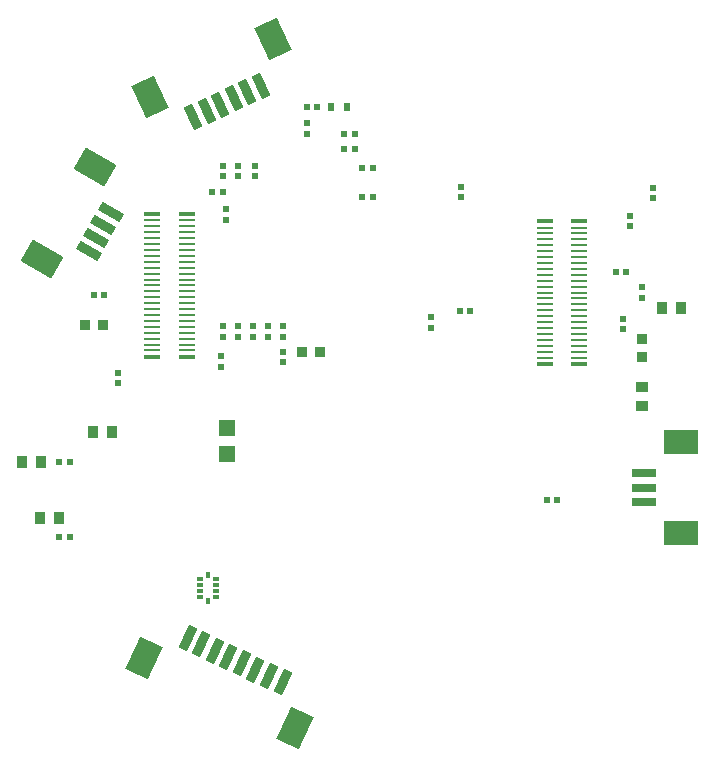
<source format=gbp>
%FSLAX44Y44*%
%MOMM*%
G71*
G01*
G75*
G04 Layer_Color=128*
%ADD10C,0.6000*%
%ADD11C,0.8000*%
%ADD12C,0.2540*%
%ADD13R,0.5000X0.6000*%
%ADD14R,0.6000X0.5000*%
%ADD15R,1.0160X0.8890*%
%ADD16R,0.8890X1.0160*%
%ADD17R,1.3970X1.3970*%
G04:AMPARAMS|DCode=18|XSize=0.32mm|YSize=1.7mm|CornerRadius=0.08mm|HoleSize=0mm|Usage=FLASHONLY|Rotation=0.000|XOffset=0mm|YOffset=0mm|HoleType=Round|Shape=RoundedRectangle|*
%AMROUNDEDRECTD18*
21,1,0.3200,1.5400,0,0,0.0*
21,1,0.1600,1.7000,0,0,0.0*
1,1,0.1600,0.0800,-0.7700*
1,1,0.1600,-0.0800,-0.7700*
1,1,0.1600,-0.0800,0.7700*
1,1,0.1600,0.0800,0.7700*
%
%ADD18ROUNDEDRECTD18*%
%ADD19R,0.5000X1.7000*%
%ADD20R,2.1000X0.8000*%
%ADD21R,3.0000X2.1000*%
%ADD22R,1.6000X1.0000*%
%ADD23R,3.2800X2.4000*%
%ADD24O,0.3500X2.0000*%
%ADD25R,1.5200X0.7600*%
%ADD26R,0.8000X2.1000*%
%ADD27R,2.1000X3.0000*%
%ADD28R,2.0320X0.6096*%
%ADD29O,2.0320X0.6096*%
G04:AMPARAMS|DCode=30|XSize=2mm|YSize=2mm|CornerRadius=0mm|HoleSize=0mm|Usage=FLASHONLY|Rotation=0.000|XOffset=0mm|YOffset=0mm|HoleType=Round|Shape=RoundedRectangle|*
%AMROUNDEDRECTD30*
21,1,2.0000,2.0000,0,0,0.0*
21,1,2.0000,2.0000,0,0,0.0*
1,1,0.0000,1.0000,-1.0000*
1,1,0.0000,-1.0000,-1.0000*
1,1,0.0000,-1.0000,1.0000*
1,1,0.0000,1.0000,1.0000*
%
%ADD30ROUNDEDRECTD30*%
%ADD31R,1.8000X1.2000*%
%ADD32R,1.0668X0.8128*%
%ADD33R,0.4000X1.7000*%
G04:AMPARAMS|DCode=34|XSize=0.4mm|YSize=1.7mm|CornerRadius=0.1mm|HoleSize=0mm|Usage=FLASHONLY|Rotation=0.000|XOffset=0mm|YOffset=0mm|HoleType=Round|Shape=RoundedRectangle|*
%AMROUNDEDRECTD34*
21,1,0.4000,1.5000,0,0,0.0*
21,1,0.2000,1.7000,0,0,0.0*
1,1,0.2000,0.1000,-0.7500*
1,1,0.2000,-0.1000,-0.7500*
1,1,0.2000,-0.1000,0.7500*
1,1,0.2000,0.1000,0.7500*
%
%ADD34ROUNDEDRECTD34*%
%ADD35R,0.8128X1.0668*%
%ADD36R,1.3970X1.3970*%
%ADD37R,1.6000X1.2000*%
%ADD38R,1.2954X1.6002*%
%ADD39R,1.6002X1.2954*%
%ADD40R,0.8128X0.8128*%
%ADD41R,6.3000X2.1500*%
%ADD42C,1.0000*%
%ADD43C,0.4000*%
%ADD44C,0.3000*%
%ADD45C,0.5000*%
%ADD46C,5.0000*%
G04:AMPARAMS|DCode=47|XSize=4mm|YSize=4mm|CornerRadius=2mm|HoleSize=0mm|Usage=FLASHONLY|Rotation=0.000|XOffset=0mm|YOffset=0mm|HoleType=Round|Shape=RoundedRectangle|*
%AMROUNDEDRECTD47*
21,1,4.0000,0.0000,0,0,0.0*
21,1,0.0000,4.0000,0,0,0.0*
1,1,4.0000,0.0000,0.0000*
1,1,4.0000,0.0000,0.0000*
1,1,4.0000,0.0000,0.0000*
1,1,4.0000,0.0000,0.0000*
%
%ADD47ROUNDEDRECTD47*%
%ADD48C,1.0000*%
%ADD49C,0.5000*%
%ADD50R,0.3050X0.6000*%
%ADD51R,0.5500X0.3050*%
%ADD52R,0.5500X0.3048*%
G04:AMPARAMS|DCode=53|XSize=3mm|YSize=2.1mm|CornerRadius=0mm|HoleSize=0mm|Usage=FLASHONLY|Rotation=330.000|XOffset=0mm|YOffset=0mm|HoleType=Round|Shape=Rectangle|*
%AMROTATEDRECTD53*
4,1,4,-1.8240,-0.1593,-0.7740,1.6593,1.8240,0.1593,0.7740,-1.6593,-1.8240,-0.1593,0.0*
%
%ADD53ROTATEDRECTD53*%

G04:AMPARAMS|DCode=54|XSize=2.1mm|YSize=0.8mm|CornerRadius=0mm|HoleSize=0mm|Usage=FLASHONLY|Rotation=330.000|XOffset=0mm|YOffset=0mm|HoleType=Round|Shape=Rectangle|*
%AMROTATEDRECTD54*
4,1,4,-1.1093,0.1786,-0.7093,0.8714,1.1093,-0.1786,0.7093,-0.8714,-1.1093,0.1786,0.0*
%
%ADD54ROTATEDRECTD54*%

G04:AMPARAMS|DCode=55|XSize=2.1mm|YSize=0.8mm|CornerRadius=0mm|HoleSize=0mm|Usage=FLASHONLY|Rotation=65.000|XOffset=0mm|YOffset=0mm|HoleType=Round|Shape=Rectangle|*
%AMROTATEDRECTD55*
4,1,4,-0.0812,-1.1207,-0.8063,-0.7826,0.0812,1.1207,0.8063,0.7826,-0.0812,-1.1207,0.0*
%
%ADD55ROTATEDRECTD55*%

G04:AMPARAMS|DCode=56|XSize=3mm|YSize=2.1mm|CornerRadius=0mm|HoleSize=0mm|Usage=FLASHONLY|Rotation=65.000|XOffset=0mm|YOffset=0mm|HoleType=Round|Shape=Rectangle|*
%AMROTATEDRECTD56*
4,1,4,0.3177,-1.8032,-1.5856,-0.9157,-0.3177,1.8032,1.5856,0.9157,0.3177,-1.8032,0.0*
%
%ADD56ROTATEDRECTD56*%

%ADD57R,1.3500X0.3000*%
%ADD58R,1.3500X0.2500*%
%ADD59R,0.6000X0.7000*%
G04:AMPARAMS|DCode=60|XSize=2.1mm|YSize=0.8mm|CornerRadius=0mm|HoleSize=0mm|Usage=FLASHONLY|Rotation=295.000|XOffset=0mm|YOffset=0mm|HoleType=Round|Shape=Rectangle|*
%AMROTATEDRECTD60*
4,1,4,-0.8063,0.7826,-0.0812,1.1207,0.8063,-0.7826,0.0812,-1.1207,-0.8063,0.7826,0.0*
%
%ADD60ROTATEDRECTD60*%

G04:AMPARAMS|DCode=61|XSize=3mm|YSize=2.1mm|CornerRadius=0mm|HoleSize=0mm|Usage=FLASHONLY|Rotation=295.000|XOffset=0mm|YOffset=0mm|HoleType=Round|Shape=Rectangle|*
%AMROTATEDRECTD61*
4,1,4,-1.5856,0.9157,0.3177,1.8032,1.5856,-0.9157,-0.3177,-1.8032,-1.5856,0.9157,0.0*
%
%ADD61ROTATEDRECTD61*%

%ADD62R,0.8128X0.8128*%
%ADD63C,0.1250*%
%ADD64C,0.1270*%
%ADD65C,0.1999*%
%ADD66C,0.1000*%
%ADD67C,0.1200*%
%ADD68C,0.1524*%
%ADD69C,0.2000*%
%ADD70C,0.2032*%
%ADD71R,0.7032X0.8032*%
%ADD72R,0.8032X0.7032*%
%ADD73R,1.2192X1.0922*%
%ADD74R,1.0922X1.2192*%
%ADD75R,1.6002X1.6002*%
G04:AMPARAMS|DCode=76|XSize=0.5232mm|YSize=1.9032mm|CornerRadius=0.1816mm|HoleSize=0mm|Usage=FLASHONLY|Rotation=0.000|XOffset=0mm|YOffset=0mm|HoleType=Round|Shape=RoundedRectangle|*
%AMROUNDEDRECTD76*
21,1,0.5232,1.5400,0,0,0.0*
21,1,0.1600,1.9032,0,0,0.0*
1,1,0.3632,0.0800,-0.7700*
1,1,0.3632,-0.0800,-0.7700*
1,1,0.3632,-0.0800,0.7700*
1,1,0.3632,0.0800,0.7700*
%
%ADD76ROUNDEDRECTD76*%
%ADD77R,0.7032X1.9032*%
%ADD78R,2.3032X1.0032*%
%ADD79R,3.2032X2.3032*%
%ADD80R,1.8032X1.2032*%
%ADD81R,3.4832X2.6032*%
%ADD82O,0.5532X2.2032*%
%ADD83R,1.7232X0.9632*%
%ADD84R,1.0032X2.3032*%
%ADD85R,2.3032X3.2032*%
%ADD86R,2.2352X0.8128*%
%ADD87O,2.2352X0.8128*%
G04:AMPARAMS|DCode=88|XSize=2.2032mm|YSize=2.2032mm|CornerRadius=0mm|HoleSize=0mm|Usage=FLASHONLY|Rotation=0.000|XOffset=0mm|YOffset=0mm|HoleType=Round|Shape=RoundedRectangle|*
%AMROUNDEDRECTD88*
21,1,2.2032,2.2032,0,0,0.0*
21,1,2.2032,2.2032,0,0,0.0*
1,1,0.0000,1.1016,-1.1016*
1,1,0.0000,-1.1016,-1.1016*
1,1,0.0000,-1.1016,1.1016*
1,1,0.0000,1.1016,1.1016*
%
%ADD88ROUNDEDRECTD88*%
%ADD89R,2.0032X1.4032*%
%ADD90R,1.2700X1.0160*%
%ADD91R,0.6032X1.9032*%
G04:AMPARAMS|DCode=92|XSize=0.6032mm|YSize=1.9032mm|CornerRadius=0.2016mm|HoleSize=0mm|Usage=FLASHONLY|Rotation=0.000|XOffset=0mm|YOffset=0mm|HoleType=Round|Shape=RoundedRectangle|*
%AMROUNDEDRECTD92*
21,1,0.6032,1.5000,0,0,0.0*
21,1,0.2000,1.9032,0,0,0.0*
1,1,0.4032,0.1000,-0.7500*
1,1,0.4032,-0.1000,-0.7500*
1,1,0.4032,-0.1000,0.7500*
1,1,0.4032,0.1000,0.7500*
%
%ADD92ROUNDEDRECTD92*%
%ADD93R,1.0160X1.2700*%
%ADD94R,1.6002X1.6002*%
%ADD95R,1.8032X1.4032*%
%ADD96R,1.4986X1.8034*%
%ADD97R,1.8034X1.4986*%
%ADD98R,1.0160X1.0160*%
%ADD99R,6.5032X2.3532*%
%ADD100C,5.2032*%
G04:AMPARAMS|DCode=101|XSize=4.2032mm|YSize=4.2032mm|CornerRadius=2.1016mm|HoleSize=0mm|Usage=FLASHONLY|Rotation=0.000|XOffset=0mm|YOffset=0mm|HoleType=Round|Shape=RoundedRectangle|*
%AMROUNDEDRECTD101*
21,1,4.2032,0.0000,0,0,0.0*
21,1,0.0000,4.2032,0,0,0.0*
1,1,4.2032,0.0000,0.0000*
1,1,4.2032,0.0000,0.0000*
1,1,4.2032,0.0000,0.0000*
1,1,4.2032,0.0000,0.0000*
%
%ADD101ROUNDEDRECTD101*%
%ADD102C,1.2032*%
%ADD103C,0.7032*%
%ADD104R,0.5082X0.8032*%
%ADD105R,0.7532X0.5082*%
%ADD106R,0.7532X0.5080*%
G04:AMPARAMS|DCode=107|XSize=3.2032mm|YSize=2.3032mm|CornerRadius=0mm|HoleSize=0mm|Usage=FLASHONLY|Rotation=330.000|XOffset=0mm|YOffset=0mm|HoleType=Round|Shape=Rectangle|*
%AMROTATEDRECTD107*
4,1,4,-1.9628,-0.1965,-0.8112,1.7981,1.9628,0.1965,0.8112,-1.7981,-1.9628,-0.1965,0.0*
%
%ADD107ROTATEDRECTD107*%

G04:AMPARAMS|DCode=108|XSize=2.3032mm|YSize=1.0032mm|CornerRadius=0mm|HoleSize=0mm|Usage=FLASHONLY|Rotation=330.000|XOffset=0mm|YOffset=0mm|HoleType=Round|Shape=Rectangle|*
%AMROTATEDRECTD108*
4,1,4,-1.2481,0.1414,-0.7465,1.0102,1.2481,-0.1414,0.7465,-1.0102,-1.2481,0.1414,0.0*
%
%ADD108ROTATEDRECTD108*%

G04:AMPARAMS|DCode=109|XSize=2.3032mm|YSize=1.0032mm|CornerRadius=0mm|HoleSize=0mm|Usage=FLASHONLY|Rotation=65.000|XOffset=0mm|YOffset=0mm|HoleType=Round|Shape=Rectangle|*
%AMROTATEDRECTD109*
4,1,4,-0.0321,-1.2557,-0.9413,-0.8317,0.0321,1.2557,0.9413,0.8317,-0.0321,-1.2557,0.0*
%
%ADD109ROTATEDRECTD109*%

G04:AMPARAMS|DCode=110|XSize=3.2032mm|YSize=2.3032mm|CornerRadius=0mm|HoleSize=0mm|Usage=FLASHONLY|Rotation=65.000|XOffset=0mm|YOffset=0mm|HoleType=Round|Shape=Rectangle|*
%AMROTATEDRECTD110*
4,1,4,0.3668,-1.9382,-1.7206,-0.9648,-0.3668,1.9382,1.7206,0.9648,0.3668,-1.9382,0.0*
%
%ADD110ROTATEDRECTD110*%

%ADD111R,1.5532X0.5032*%
%ADD112R,1.5532X0.4532*%
%ADD113R,0.8032X0.9032*%
G04:AMPARAMS|DCode=114|XSize=2.3032mm|YSize=1.0032mm|CornerRadius=0mm|HoleSize=0mm|Usage=FLASHONLY|Rotation=295.000|XOffset=0mm|YOffset=0mm|HoleType=Round|Shape=Rectangle|*
%AMROTATEDRECTD114*
4,1,4,-0.9413,0.8317,-0.0321,1.2557,0.9413,-0.8317,0.0321,-1.2557,-0.9413,0.8317,0.0*
%
%ADD114ROTATEDRECTD114*%

G04:AMPARAMS|DCode=115|XSize=3.2032mm|YSize=2.3032mm|CornerRadius=0mm|HoleSize=0mm|Usage=FLASHONLY|Rotation=295.000|XOffset=0mm|YOffset=0mm|HoleType=Round|Shape=Rectangle|*
%AMROTATEDRECTD115*
4,1,4,-1.7206,0.9648,0.3668,1.9382,1.7206,-0.9648,-0.3668,-1.9382,-1.7206,0.9648,0.0*
%
%ADD115ROTATEDRECTD115*%

%ADD116R,1.0160X1.0160*%
D13*
X-3230Y153701D02*
D03*
X5770D02*
D03*
X-18470Y194310D02*
D03*
X-9470D02*
D03*
X-259770Y-71190D02*
D03*
X-250770D02*
D03*
X-259770Y-134690D02*
D03*
X-250770D02*
D03*
X-50220Y229870D02*
D03*
X-41220D02*
D03*
X-121230Y157480D02*
D03*
X-130230D02*
D03*
X5770Y177800D02*
D03*
X-3230D02*
D03*
X-9470Y207010D02*
D03*
X-18470D02*
D03*
X220400Y90170D02*
D03*
X211400D02*
D03*
X79320Y57150D02*
D03*
X88320D02*
D03*
X-230560Y70676D02*
D03*
X-221560D02*
D03*
X152980Y-102870D02*
D03*
X161980D02*
D03*
D14*
X-122641Y18778D02*
D03*
Y9778D02*
D03*
X-209550Y-4500D02*
D03*
Y4500D02*
D03*
X54870Y51490D02*
D03*
Y42490D02*
D03*
X243430Y152290D02*
D03*
Y161290D02*
D03*
X-50187Y216146D02*
D03*
Y207146D02*
D03*
X-120650Y170760D02*
D03*
Y179760D02*
D03*
X-107950Y170760D02*
D03*
Y179760D02*
D03*
X80870Y161980D02*
D03*
Y152980D02*
D03*
X233680Y77000D02*
D03*
Y68000D02*
D03*
X217430Y41220D02*
D03*
Y50220D02*
D03*
X-118110Y133930D02*
D03*
Y142930D02*
D03*
X223930Y128640D02*
D03*
Y137640D02*
D03*
X-93980Y170760D02*
D03*
Y179760D02*
D03*
X-120650Y34870D02*
D03*
Y43870D02*
D03*
X-107950Y34870D02*
D03*
Y43870D02*
D03*
X-95250Y34870D02*
D03*
Y43870D02*
D03*
X-69850Y13280D02*
D03*
Y22280D02*
D03*
Y43870D02*
D03*
Y34870D02*
D03*
X-82550D02*
D03*
Y43870D02*
D03*
D15*
X233999Y-7239D02*
D03*
Y-23241D02*
D03*
D16*
X-215099Y-45974D02*
D03*
X-231101D02*
D03*
X-259969Y-118110D02*
D03*
X-275971D02*
D03*
X-274955Y-71368D02*
D03*
X-290957D02*
D03*
X251079Y59690D02*
D03*
X267081D02*
D03*
D20*
X235579Y-80210D02*
D03*
Y-92710D02*
D03*
Y-105210D02*
D03*
D21*
X266579Y-131410D02*
D03*
Y-54010D02*
D03*
D36*
X-117730Y-64135D02*
D03*
Y-42545D02*
D03*
D40*
X-53984Y22280D02*
D03*
X-38744D02*
D03*
X-222250Y45300D02*
D03*
X-237490D02*
D03*
D50*
X-134080Y-188689D02*
D03*
Y-166689D02*
D03*
D51*
X-140880Y-185189D02*
D03*
Y-170189D02*
D03*
X-127280D02*
D03*
Y-185189D02*
D03*
D52*
X-140880Y-180188D02*
D03*
Y-175190D02*
D03*
X-127280D02*
D03*
Y-180188D02*
D03*
D53*
X-274683Y100859D02*
D03*
X-229683Y178801D02*
D03*
D54*
X-215962Y140568D02*
D03*
X-222212Y129743D02*
D03*
X-228462Y118917D02*
D03*
X-234712Y108092D02*
D03*
D55*
X-127990Y-230674D02*
D03*
X-93641Y-246691D02*
D03*
X-105151Y-241324D02*
D03*
X-116480Y-236041D02*
D03*
X-82131Y-252058D02*
D03*
X-70620Y-257425D02*
D03*
X-139500Y-225306D02*
D03*
X-151010Y-219939D02*
D03*
D56*
X-60112Y-296530D02*
D03*
X-187720Y-237025D02*
D03*
D57*
X180750Y132750D02*
D03*
X151250D02*
D03*
X180750Y12250D02*
D03*
X151250D02*
D03*
X-151250Y138750D02*
D03*
X-180750D02*
D03*
X-151250Y18250D02*
D03*
X-180750D02*
D03*
D58*
X180750Y127500D02*
D03*
X151250D02*
D03*
X180750Y122500D02*
D03*
X151250D02*
D03*
X180750Y117500D02*
D03*
X151250D02*
D03*
X180750Y112500D02*
D03*
X151250D02*
D03*
X180750Y107500D02*
D03*
X151250D02*
D03*
X180750Y102500D02*
D03*
X151250D02*
D03*
X180750Y97500D02*
D03*
X151250D02*
D03*
X180750Y92500D02*
D03*
X151250D02*
D03*
X180750Y87500D02*
D03*
X151250D02*
D03*
X180750Y82500D02*
D03*
X151250D02*
D03*
X180750Y77500D02*
D03*
X151250D02*
D03*
X180750Y72500D02*
D03*
X151250D02*
D03*
X180750Y67500D02*
D03*
X151250D02*
D03*
X180750Y62500D02*
D03*
X151250D02*
D03*
X180750Y57500D02*
D03*
X151250D02*
D03*
X180750Y52500D02*
D03*
X151250D02*
D03*
X180750Y47500D02*
D03*
X151250D02*
D03*
X180750Y42500D02*
D03*
X151250D02*
D03*
X180750Y37500D02*
D03*
X151250D02*
D03*
X180750Y32500D02*
D03*
X151250D02*
D03*
X180750Y27500D02*
D03*
X151250D02*
D03*
X180750Y22500D02*
D03*
X151250D02*
D03*
X180750Y17500D02*
D03*
X151250D02*
D03*
X-151250Y133500D02*
D03*
X-180750D02*
D03*
X-151250Y128500D02*
D03*
X-180750D02*
D03*
X-151250Y123500D02*
D03*
X-180750D02*
D03*
X-151250Y118500D02*
D03*
X-180750D02*
D03*
X-151250Y113500D02*
D03*
X-180750D02*
D03*
X-151250Y108500D02*
D03*
X-180750D02*
D03*
X-151250Y103500D02*
D03*
X-180750D02*
D03*
X-151250Y98500D02*
D03*
X-180750D02*
D03*
X-151250Y93500D02*
D03*
X-180750D02*
D03*
X-151250Y88500D02*
D03*
X-180750D02*
D03*
X-151250Y83500D02*
D03*
X-180750D02*
D03*
X-151250Y78500D02*
D03*
X-180750D02*
D03*
X-151250Y73500D02*
D03*
X-180750D02*
D03*
X-151250Y68500D02*
D03*
X-180750D02*
D03*
X-151250Y63500D02*
D03*
X-180750D02*
D03*
X-151250Y58500D02*
D03*
X-180750D02*
D03*
X-151250Y53500D02*
D03*
X-180750D02*
D03*
X-151250Y48500D02*
D03*
X-180750D02*
D03*
X-151250Y43500D02*
D03*
X-180750D02*
D03*
X-151250Y38500D02*
D03*
X-180750D02*
D03*
X-151250Y33500D02*
D03*
X-180750D02*
D03*
X-151250Y28500D02*
D03*
X-180750D02*
D03*
X-151250Y23500D02*
D03*
X-180750D02*
D03*
D59*
X-15760Y229870D02*
D03*
X-29960D02*
D03*
D60*
X-111882Y236913D02*
D03*
X-123211Y231630D02*
D03*
X-146050Y220980D02*
D03*
X-134721Y226263D02*
D03*
X-100372Y242280D02*
D03*
X-89043Y247563D02*
D03*
D61*
X-182942Y237982D02*
D03*
X-78354Y286752D02*
D03*
D62*
X233999Y17780D02*
D03*
Y33020D02*
D03*
M02*

</source>
